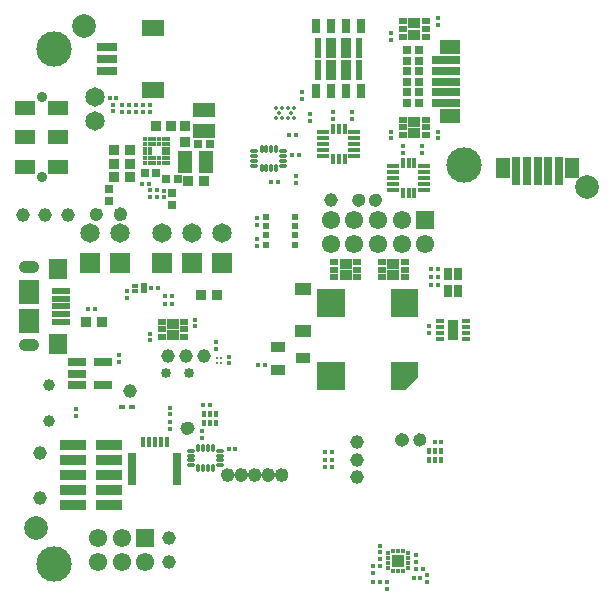
<source format=gbs>
G04*
G04 #@! TF.GenerationSoftware,Altium Limited,Altium Designer,21.0.9 (235)*
G04*
G04 Layer_Color=16711935*
%FSLAX24Y24*%
%MOIN*%
G70*
G04*
G04 #@! TF.SameCoordinates,7913F74A-1B9B-402C-A4C5-A7CF04877313*
G04*
G04*
G04 #@! TF.FilePolarity,Negative*
G04*
G01*
G75*
%ADD66C,0.0240*%
%ADD67C,0.0454*%
%ADD68C,0.0651*%
%ADD69R,0.0166X0.0178*%
%ADD70R,0.0146X0.0157*%
%ADD71R,0.0157X0.0146*%
%ADD73R,0.0375X0.0355*%
%ADD74R,0.0355X0.0375*%
%ADD76R,0.0296X0.0257*%
%ADD80R,0.0178X0.0166*%
%ADD111C,0.0139*%
%ADD112R,0.0441X0.0441*%
%ADD113R,0.0146X0.0138*%
%ADD114R,0.0138X0.0146*%
%ADD117C,0.0611*%
%ADD118R,0.0611X0.0611*%
%ADD119C,0.0395*%
%ADD120C,0.0462*%
%ADD121O,0.0690X0.0414*%
%ADD122C,0.1181*%
%ADD123C,0.0354*%
%ADD124R,0.0651X0.0651*%
%ADD156C,0.0138*%
%ADD219C,0.0132*%
%ADD220C,0.0336*%
%ADD221R,0.0157X0.0232*%
%ADD222R,0.0157X0.0244*%
%ADD223R,0.0631X0.0277*%
%ADD224R,0.0631X0.0277*%
%ADD225O,0.0287X0.0118*%
%ADD226O,0.0118X0.0287*%
%ADD227R,0.0257X0.0493*%
%ADD228R,0.0198X0.0651*%
%ADD229R,0.0336X0.0651*%
%ADD230R,0.0926X0.0926*%
%ADD231R,0.0217X0.0158*%
%ADD232R,0.0217X0.0336*%
%ADD233R,0.0355X0.0651*%
%ADD234R,0.0316X0.0158*%
%ADD235R,0.0859X0.0359*%
%ADD236R,0.0682X0.0477*%
%ADD237R,0.0918X0.0296*%
%ADD238R,0.0611X0.0690*%
%ADD239R,0.0670X0.0808*%
%ADD240R,0.0592X0.0217*%
%ADD241R,0.0690X0.0454*%
%ADD242R,0.0296X0.0277*%
%ADD243R,0.0316X0.0395*%
%ADD244C,0.0787*%
%ADD245R,0.0296X0.1084*%
%ADD246R,0.0157X0.0354*%
%ADD247C,0.0143*%
%ADD248R,0.0165X0.0362*%
%ADD249R,0.0411X0.0165*%
%ADD250R,0.0236X0.0236*%
%ADD251R,0.0670X0.0296*%
%ADD252R,0.0769X0.0532*%
%ADD253R,0.0769X0.0454*%
%ADD254R,0.0138X0.0246*%
%ADD255R,0.0202X0.0158*%
%ADD256R,0.0540X0.0420*%
%ADD257R,0.0460X0.0360*%
%ADD258R,0.0406X0.0323*%
%ADD259R,0.0260X0.0209*%
%ADD260R,0.0277X0.0296*%
%ADD261R,0.0454X0.0769*%
%ADD262R,0.0477X0.0682*%
%ADD263R,0.0296X0.0918*%
G36*
X13509Y8101D02*
X13513Y8099D01*
X13518Y8098D01*
X13522Y8095D01*
X13525Y8092D01*
X13528Y8089D01*
X13531Y8085D01*
X13533Y8080D01*
X13534Y8076D01*
X13534Y8071D01*
Y7638D01*
X13534Y7633D01*
X13533Y7628D01*
X13531Y7624D01*
X13529Y7622D01*
X13528Y7620D01*
X13525Y7617D01*
X13092Y7183D01*
X13089Y7180D01*
X13085Y7178D01*
X13080Y7176D01*
X13076Y7175D01*
X13071Y7175D01*
X12638D01*
X12633Y7175D01*
X12629Y7176D01*
X12624Y7178D01*
X12620Y7180D01*
X12617Y7183D01*
X12613Y7187D01*
X12611Y7191D01*
X12609Y7195D01*
X12608Y7200D01*
X12608Y7205D01*
Y8071D01*
X12608Y8076D01*
X12609Y8080D01*
X12611Y8085D01*
X12613Y8089D01*
X12617Y8092D01*
X12620Y8095D01*
X12624Y8098D01*
X12629Y8099D01*
X12633Y8101D01*
X12638Y8101D01*
X13504D01*
X13509Y8101D01*
D02*
G37*
G36*
Y10542D02*
X13513Y10540D01*
X13518Y10539D01*
X13522Y10536D01*
X13525Y10533D01*
X13528Y10530D01*
X13531Y10525D01*
X13533Y10521D01*
X13534Y10517D01*
X13534Y10512D01*
Y9646D01*
X13534Y9641D01*
X13533Y9636D01*
X13531Y9632D01*
X13528Y9628D01*
X13525Y9624D01*
X13522Y9621D01*
X13518Y9619D01*
X13513Y9617D01*
X13509Y9616D01*
X13504Y9616D01*
X12638D01*
X12633Y9616D01*
X12629Y9617D01*
X12624Y9619D01*
X12620Y9621D01*
X12617Y9624D01*
X12613Y9628D01*
X12611Y9632D01*
X12609Y9636D01*
X12608Y9641D01*
X12608Y9646D01*
Y10512D01*
X12608Y10517D01*
X12609Y10521D01*
X12611Y10525D01*
X12613Y10530D01*
X12617Y10533D01*
X12620Y10536D01*
X12624Y10539D01*
X12629Y10540D01*
X12633Y10542D01*
X12638Y10542D01*
X13504D01*
X13509Y10542D01*
D02*
G37*
D66*
X5961Y5900D02*
G03*
X5961Y5900I-110J0D01*
G01*
X5939D02*
G03*
X5939Y5900I-110J0D01*
G01*
X13091Y5512D02*
G03*
X13091Y5512I-110J0D01*
G01*
X13113D02*
G03*
X13113Y5512I-110J0D01*
G01*
X13694D02*
G03*
X13694Y5512I-110J0D01*
G01*
X3710Y13041D02*
G03*
X3710Y13041I-110J0D01*
G01*
Y13019D02*
G03*
X3710Y13019I-110J0D01*
G01*
X2910Y13029D02*
G03*
X2910Y13029I-110J0D01*
G01*
X7289Y4329D02*
G03*
X7289Y4329I-110J0D01*
G01*
Y4351D02*
G03*
X7289Y4351I-110J0D01*
G01*
X9089Y4329D02*
G03*
X9089Y4329I-110J0D01*
G01*
Y4351D02*
G03*
X9089Y4351I-110J0D01*
G01*
X11660Y13499D02*
G03*
X11660Y13499I-110J0D01*
G01*
X12210D02*
G03*
X12210Y13499I-110J0D01*
G01*
X7739Y4351D02*
G03*
X7739Y4351I-110J0D01*
G01*
Y4329D02*
G03*
X7739Y4329I-110J0D01*
G01*
X8189Y4351D02*
G03*
X8189Y4351I-110J0D01*
G01*
Y4329D02*
G03*
X8189Y4329I-110J0D01*
G01*
X8639Y4351D02*
G03*
X8639Y4351I-110J0D01*
G01*
Y4329D02*
G03*
X8639Y4329I-110J0D01*
G01*
D67*
X5197Y8307D02*
D03*
X5787Y8307D02*
D03*
X6378Y8307D02*
D03*
X5217Y2224D02*
D03*
X1850Y13000D02*
D03*
X10620Y13500D02*
D03*
X1100Y13000D02*
D03*
X350D02*
D03*
X5217Y1437D02*
D03*
X3930Y7140D02*
D03*
X11506Y4259D02*
D03*
Y4850D02*
D03*
Y5440D02*
D03*
D68*
X2756Y16142D02*
D03*
Y16929D02*
D03*
X2590Y12400D02*
D03*
X3590D02*
D03*
X6990Y12400D02*
D03*
X5990Y12400D02*
D03*
X4990Y12400D02*
D03*
D69*
X4823Y13836D02*
D03*
X4599D02*
D03*
X8638Y14110D02*
D03*
X8862D02*
D03*
X4618Y10570D02*
D03*
X4842D02*
D03*
X5088Y10050D02*
D03*
X5312D02*
D03*
X5312Y10300D02*
D03*
X5088Y10300D02*
D03*
X10662Y5100D02*
D03*
X10438D02*
D03*
X10662Y4850D02*
D03*
X10438D02*
D03*
X10662Y4600D02*
D03*
X10438D02*
D03*
X14076Y5430D02*
D03*
X14300Y5430D02*
D03*
X8198Y8010D02*
D03*
X8422D02*
D03*
X13460Y1219D02*
D03*
X13685D02*
D03*
X14192Y10659D02*
D03*
X13968D02*
D03*
X14192Y10929D02*
D03*
X13968D02*
D03*
X14192Y11199D02*
D03*
X13968D02*
D03*
X4823Y13596D02*
D03*
X4599D02*
D03*
X3472Y16900D02*
D03*
X3248D02*
D03*
X4562Y14050D02*
D03*
X4338D02*
D03*
X13382Y900D02*
D03*
X13606D02*
D03*
X12265Y759D02*
D03*
X12040D02*
D03*
X2528Y9860D02*
D03*
X2752D02*
D03*
X9452Y15660D02*
D03*
X9228D02*
D03*
X7208Y5220D02*
D03*
X7432D02*
D03*
D70*
X9338Y15010D02*
D03*
X9562D02*
D03*
X6358Y6660D02*
D03*
X6582D02*
D03*
D71*
X9660Y16878D02*
D03*
Y17102D02*
D03*
X3550Y8107D02*
D03*
Y8332D02*
D03*
D73*
X5771Y15430D02*
D03*
Y15962D02*
D03*
D74*
X2464Y9440D02*
D03*
X2996D02*
D03*
X6816Y10350D02*
D03*
X6284D02*
D03*
X3386Y14266D02*
D03*
X3917D02*
D03*
X3917Y14716D02*
D03*
X3386D02*
D03*
Y15166D02*
D03*
X3917D02*
D03*
X4776Y15986D02*
D03*
X5307D02*
D03*
X6398Y14156D02*
D03*
X5866D02*
D03*
D76*
X5118Y14215D02*
D03*
X5512D02*
D03*
X4803Y14410D02*
D03*
X4410D02*
D03*
D80*
X9447Y14085D02*
D03*
Y14309D02*
D03*
X7224Y8281D02*
D03*
Y8057D02*
D03*
X6801Y8774D02*
D03*
Y8549D02*
D03*
X4588Y8832D02*
D03*
Y9056D02*
D03*
X4361Y16681D02*
D03*
Y16456D02*
D03*
X5051Y13818D02*
D03*
Y13594D02*
D03*
X12033Y1087D02*
D03*
Y1311D02*
D03*
X3840Y10248D02*
D03*
Y10472D02*
D03*
X3881Y16456D02*
D03*
Y16681D02*
D03*
X11330Y16218D02*
D03*
Y16442D02*
D03*
X6310Y5568D02*
D03*
Y5792D02*
D03*
X6082Y9294D02*
D03*
Y9518D02*
D03*
X12634Y15786D02*
D03*
Y15562D02*
D03*
X14178Y15786D02*
D03*
Y15562D02*
D03*
X12630Y19062D02*
D03*
Y18838D02*
D03*
X14178Y19349D02*
D03*
Y19573D02*
D03*
X3370Y16682D02*
D03*
Y16458D02*
D03*
X3641Y16681D02*
D03*
Y16456D02*
D03*
X4121Y16456D02*
D03*
Y16681D02*
D03*
X4601Y16456D02*
D03*
Y16681D02*
D03*
X10680Y16442D02*
D03*
Y16218D02*
D03*
X13463Y1661D02*
D03*
Y1437D02*
D03*
X13824Y991D02*
D03*
X13824Y767D02*
D03*
X12243Y1541D02*
D03*
Y1317D02*
D03*
X12483Y761D02*
D03*
X12483Y537D02*
D03*
X12243Y1981D02*
D03*
Y1757D02*
D03*
X13010Y15292D02*
D03*
Y15068D02*
D03*
X13660Y15292D02*
D03*
Y15068D02*
D03*
X13880Y9302D02*
D03*
Y9078D02*
D03*
X5270Y6112D02*
D03*
Y5888D02*
D03*
Y6582D02*
D03*
Y6358D02*
D03*
X8150Y12199D02*
D03*
X8150Y11974D02*
D03*
X8150Y12907D02*
D03*
X8150Y12683D02*
D03*
X9940Y16149D02*
D03*
X9940Y16373D02*
D03*
X2110Y6532D02*
D03*
Y6308D02*
D03*
D111*
X5973Y5900D02*
D03*
X5707D02*
D03*
X12859Y5512D02*
D03*
X13125D02*
D03*
X13460D02*
D03*
X13706D02*
D03*
X3600Y13163D02*
D03*
Y12897D02*
D03*
X2800Y13153D02*
D03*
Y12907D02*
D03*
X7179Y4207D02*
D03*
Y4473D02*
D03*
X8979Y4207D02*
D03*
Y4473D02*
D03*
X11550Y13623D02*
D03*
Y13377D02*
D03*
X12100D02*
D03*
Y13623D02*
D03*
X7629Y4473D02*
D03*
Y4207D02*
D03*
X8079Y4473D02*
D03*
Y4207D02*
D03*
X8529Y4473D02*
D03*
Y4207D02*
D03*
D112*
X12863Y1489D02*
D03*
D113*
X12705Y1821D02*
D03*
X12863D02*
D03*
X13020D02*
D03*
Y1156D02*
D03*
X12863D02*
D03*
X12705D02*
D03*
D114*
X12530Y1223D02*
D03*
X12530Y1400D02*
D03*
X12530Y1577D02*
D03*
Y1755D02*
D03*
X13195D02*
D03*
Y1577D02*
D03*
Y1400D02*
D03*
Y1223D02*
D03*
D117*
X2854Y2224D02*
D03*
X3642D02*
D03*
X4429Y1437D02*
D03*
X3642D02*
D03*
X2854D02*
D03*
X11407Y12835D02*
D03*
X12195D02*
D03*
X12982D02*
D03*
X13770Y12047D02*
D03*
X12982D02*
D03*
X12195D02*
D03*
X11407D02*
D03*
X10620D02*
D03*
Y12835D02*
D03*
D118*
X4429Y2224D02*
D03*
X13770Y12835D02*
D03*
D119*
X1220Y7323D02*
D03*
X1220Y6142D02*
D03*
D120*
X937Y3573D02*
D03*
Y5073D02*
D03*
D121*
X571Y8661D02*
D03*
Y11260D02*
D03*
D122*
X15071Y14685D02*
D03*
X1378Y18543D02*
D03*
Y1378D02*
D03*
D123*
X974Y14260D02*
D03*
Y16937D02*
D03*
D124*
X2590Y11400D02*
D03*
X3590D02*
D03*
X6990Y11400D02*
D03*
X5990Y11400D02*
D03*
X4990Y11400D02*
D03*
D156*
X8791Y16227D02*
D03*
X8987D02*
D03*
X9184D02*
D03*
X9381D02*
D03*
X8889Y16398D02*
D03*
X9283D02*
D03*
X8791Y16569D02*
D03*
X8987D02*
D03*
X9184D02*
D03*
X9381D02*
D03*
D219*
X6969Y8071D02*
D03*
Y8228D02*
D03*
X6811Y8071D02*
D03*
Y8228D02*
D03*
D220*
X5118Y7726D02*
D03*
X5906D02*
D03*
D221*
X6777Y6082D02*
D03*
X6580D02*
D03*
X6383D02*
D03*
X6777Y6378D02*
D03*
X6580D02*
D03*
D222*
X6383Y6380D02*
D03*
D223*
X3013Y7346D02*
D03*
Y8094D02*
D03*
X2167D02*
D03*
Y7720D02*
D03*
D224*
X2167Y7346D02*
D03*
D225*
X9032Y14654D02*
D03*
Y14811D02*
D03*
Y14969D02*
D03*
Y15126D02*
D03*
X8068D02*
D03*
Y14969D02*
D03*
Y14811D02*
D03*
Y14654D02*
D03*
X5958Y4674D02*
D03*
Y4831D02*
D03*
Y4989D02*
D03*
Y5146D02*
D03*
X6922D02*
D03*
Y4989D02*
D03*
Y4831D02*
D03*
Y4674D02*
D03*
D226*
X8786Y15215D02*
D03*
X8629D02*
D03*
X8471D02*
D03*
X8314D02*
D03*
Y14565D02*
D03*
X8471Y14565D02*
D03*
X8629D02*
D03*
X8786D02*
D03*
X6676Y4585D02*
D03*
X6519D02*
D03*
X6361D02*
D03*
X6204D02*
D03*
Y5235D02*
D03*
X6361D02*
D03*
X6519D02*
D03*
X6676D02*
D03*
D227*
X11630Y17127D02*
D03*
X11130D02*
D03*
X10630D02*
D03*
X10130D02*
D03*
X11630Y19293D02*
D03*
X11130D02*
D03*
X10630D02*
D03*
X10130D02*
D03*
D228*
X11561Y18584D02*
D03*
Y17836D02*
D03*
X10199D02*
D03*
Y18584D02*
D03*
D229*
X10630Y17836D02*
D03*
Y18584D02*
D03*
X11130Y17836D02*
D03*
Y18584D02*
D03*
D230*
X10630Y7638D02*
D03*
X10630Y10079D02*
D03*
D231*
X4102Y10649D02*
D03*
Y10471D02*
D03*
D232*
X4378Y10560D02*
D03*
D233*
X14685Y9173D02*
D03*
D234*
X15108Y9469D02*
D03*
Y9272D02*
D03*
Y9075D02*
D03*
Y8878D02*
D03*
X14262Y9469D02*
D03*
Y9272D02*
D03*
Y9075D02*
D03*
Y8878D02*
D03*
D235*
X2037Y4823D02*
D03*
X3238Y3323D02*
D03*
Y3823D02*
D03*
Y4323D02*
D03*
Y4823D02*
D03*
Y5323D02*
D03*
X2037Y3323D02*
D03*
Y3823D02*
D03*
Y4323D02*
D03*
Y5323D02*
D03*
D236*
X14583Y18613D02*
D03*
Y16291D02*
D03*
D237*
X14465Y18161D02*
D03*
Y17806D02*
D03*
Y17098D02*
D03*
Y16743D02*
D03*
Y17452D02*
D03*
D238*
X1535Y8701D02*
D03*
Y11220D02*
D03*
D239*
X571Y10433D02*
D03*
Y9488D02*
D03*
D240*
X1624Y10472D02*
D03*
Y10217D02*
D03*
Y9449D02*
D03*
Y9705D02*
D03*
Y9961D02*
D03*
D241*
X1526Y16583D02*
D03*
Y14614D02*
D03*
Y15598D02*
D03*
X423D02*
D03*
Y14614D02*
D03*
Y16583D02*
D03*
D242*
X13547Y17800D02*
D03*
X13153D02*
D03*
X6577Y15380D02*
D03*
X6183D02*
D03*
X13153Y16750D02*
D03*
X13547D02*
D03*
X13153Y18500D02*
D03*
X13547D02*
D03*
X13153Y17450D02*
D03*
X13547D02*
D03*
X13153Y18150D02*
D03*
X13547D02*
D03*
X13153Y17100D02*
D03*
X13547D02*
D03*
D243*
X14852Y10463D02*
D03*
Y11033D02*
D03*
X14518D02*
D03*
Y10463D02*
D03*
D244*
X19173Y13937D02*
D03*
X787Y2559D02*
D03*
X2402Y19291D02*
D03*
D245*
X4000Y4528D02*
D03*
X5496D02*
D03*
D246*
X4551Y5433D02*
D03*
X4748D02*
D03*
X4945D02*
D03*
X5142D02*
D03*
X4354D02*
D03*
D247*
X4418Y14743D02*
D03*
X4575D02*
D03*
X4733D02*
D03*
X4890D02*
D03*
X5047D02*
D03*
X5205D02*
D03*
X4418Y14900D02*
D03*
X4575D02*
D03*
X4733D02*
D03*
X4890D02*
D03*
X5047D02*
D03*
X5205D02*
D03*
X4418Y15057D02*
D03*
X4575D02*
D03*
X5047D02*
D03*
X5205D02*
D03*
X4418Y15215D02*
D03*
X4575D02*
D03*
X5047D02*
D03*
X5205D02*
D03*
X4418Y15372D02*
D03*
X4575D02*
D03*
X4733D02*
D03*
X4890D02*
D03*
X5047D02*
D03*
X5205D02*
D03*
X4418Y15530D02*
D03*
X4575D02*
D03*
X4733D02*
D03*
X4890D02*
D03*
X5047D02*
D03*
X5205D02*
D03*
D248*
X13407Y14732D02*
D03*
X13210D02*
D03*
X13013D02*
D03*
Y13728D02*
D03*
X13210D02*
D03*
X13407D02*
D03*
X11077Y14878D02*
D03*
X10880D02*
D03*
X10683D02*
D03*
Y15882D02*
D03*
X10880D02*
D03*
X11077D02*
D03*
D249*
X12703Y14624D02*
D03*
Y14427D02*
D03*
Y14230D02*
D03*
Y14033D02*
D03*
Y13836D02*
D03*
X13717D02*
D03*
Y14033D02*
D03*
Y14230D02*
D03*
Y14427D02*
D03*
Y14624D02*
D03*
X11387Y15774D02*
D03*
Y15577D02*
D03*
Y15380D02*
D03*
Y15183D02*
D03*
Y14986D02*
D03*
X10373D02*
D03*
Y15183D02*
D03*
Y15380D02*
D03*
Y15577D02*
D03*
Y15774D02*
D03*
D250*
X9409Y12008D02*
D03*
Y12323D02*
D03*
Y12638D02*
D03*
Y12953D02*
D03*
X8465D02*
D03*
Y12638D02*
D03*
Y12323D02*
D03*
Y12008D02*
D03*
D251*
X3150Y17818D02*
D03*
Y18606D02*
D03*
Y18212D02*
D03*
D252*
X4675Y19235D02*
D03*
Y17188D02*
D03*
D253*
X6401Y16501D02*
D03*
Y15793D02*
D03*
D254*
X14275Y4853D02*
D03*
X14078D02*
D03*
X13881D02*
D03*
X14275Y5138D02*
D03*
X14078D02*
D03*
X13881D02*
D03*
D255*
X3645Y6590D02*
D03*
X3975D02*
D03*
D256*
X9685Y9143D02*
D03*
Y10543D02*
D03*
D257*
X9687Y8224D02*
D03*
X8860Y8598D02*
D03*
Y7850D02*
D03*
D258*
X11112Y10994D02*
D03*
Y11368D02*
D03*
X12707D02*
D03*
Y10994D02*
D03*
X5360Y9387D02*
D03*
Y9013D02*
D03*
X13406Y15743D02*
D03*
Y16117D02*
D03*
Y19018D02*
D03*
Y19392D02*
D03*
D259*
X10740Y11437D02*
D03*
Y11181D02*
D03*
Y10925D02*
D03*
X11484D02*
D03*
Y11181D02*
D03*
Y11437D02*
D03*
X13079D02*
D03*
Y11181D02*
D03*
Y10925D02*
D03*
X12335D02*
D03*
Y11181D02*
D03*
Y11437D02*
D03*
X5732Y9456D02*
D03*
Y9200D02*
D03*
Y8944D02*
D03*
X4988D02*
D03*
Y9200D02*
D03*
Y9456D02*
D03*
X13034Y15674D02*
D03*
Y15930D02*
D03*
Y16186D02*
D03*
X13778D02*
D03*
Y15930D02*
D03*
Y15674D02*
D03*
X13034Y18949D02*
D03*
Y19205D02*
D03*
Y19461D02*
D03*
X13778D02*
D03*
Y19205D02*
D03*
Y18949D02*
D03*
D260*
X3210Y13463D02*
D03*
Y13857D02*
D03*
X5340Y13353D02*
D03*
Y13747D02*
D03*
D261*
X5750Y14778D02*
D03*
X6458D02*
D03*
D262*
X18671Y14587D02*
D03*
X16348D02*
D03*
D263*
X17510Y14468D02*
D03*
X18219D02*
D03*
X17864D02*
D03*
X17156D02*
D03*
X16801D02*
D03*
M02*

</source>
